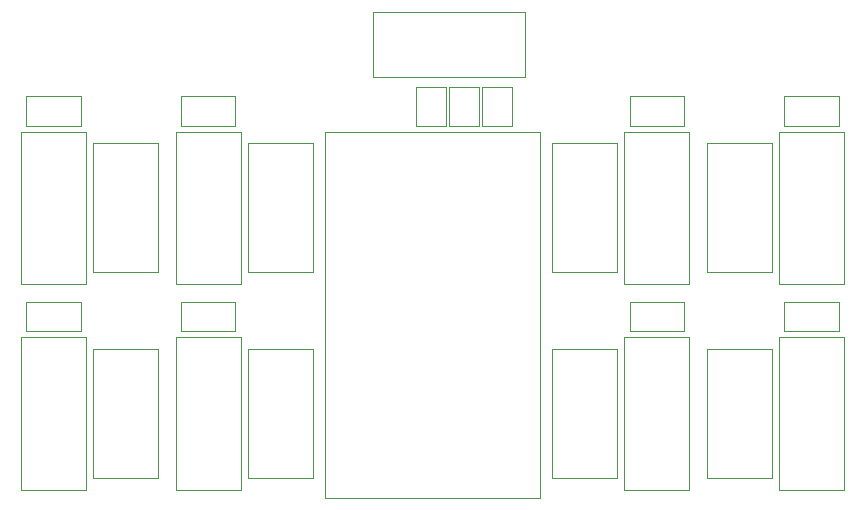
<source format=gbr>
%TF.GenerationSoftware,KiCad,Pcbnew,8.0.5*%
%TF.CreationDate,2025-12-23T13:38:44+05:30*%
%TF.ProjectId,I2C_MUX,4932435f-4d55-4582-9e6b-696361645f70,rev?*%
%TF.SameCoordinates,Original*%
%TF.FileFunction,Other,User*%
%FSLAX46Y46*%
G04 Gerber Fmt 4.6, Leading zero omitted, Abs format (unit mm)*
G04 Created by KiCad (PCBNEW 8.0.5) date 2025-12-23 13:38:44*
%MOMM*%
%LPD*%
G01*
G04 APERTURE LIST*
%ADD10C,0.050000*%
G04 APERTURE END LIST*
D10*
%TO.C,DIR2*%
X108880000Y-66199500D02*
X108880000Y-68699500D01*
X108880000Y-66199500D02*
X113480000Y-66199500D01*
X113480000Y-68699500D02*
X108880000Y-68699500D01*
X113480000Y-68699500D02*
X113480000Y-66199500D01*
%TO.C,J1*%
X138220000Y-59090000D02*
X138220000Y-64590000D01*
X138220000Y-64590000D02*
X151120000Y-64590000D01*
X151120000Y-59090000D02*
X138220000Y-59090000D01*
X151120000Y-64590000D02*
X151120000Y-59090000D01*
%TO.C,EN3*%
X108430000Y-86600000D02*
X108430000Y-99500000D01*
X108430000Y-99500000D02*
X113930000Y-99500000D01*
X113930000Y-86600000D02*
X108430000Y-86600000D01*
X113930000Y-99500000D02*
X113930000Y-86600000D01*
%TO.C,IMU2*%
X114530000Y-70200000D02*
X114530000Y-81100000D01*
X114530000Y-81100000D02*
X120030000Y-81100000D01*
X120030000Y-70200000D02*
X114530000Y-70200000D01*
X120030000Y-81100000D02*
X120030000Y-70200000D01*
%TO.C,DIR7*%
X173070000Y-66199500D02*
X173070000Y-68699500D01*
X173070000Y-66199500D02*
X177670000Y-66199500D01*
X177670000Y-68699500D02*
X173070000Y-68699500D01*
X177670000Y-68699500D02*
X177670000Y-66199500D01*
%TO.C,IMU5*%
X166520000Y-87600000D02*
X166520000Y-98500000D01*
X166520000Y-98500000D02*
X172020000Y-98500000D01*
X172020000Y-87600000D02*
X166520000Y-87600000D01*
X172020000Y-98500000D02*
X172020000Y-87600000D01*
%TO.C,DIR4*%
X121980000Y-83599500D02*
X121980000Y-86099500D01*
X121980000Y-83599500D02*
X126580000Y-83599500D01*
X126580000Y-86099500D02*
X121980000Y-86099500D01*
X126580000Y-86099500D02*
X126580000Y-83599500D01*
%TO.C,DIR8*%
X159970000Y-66199500D02*
X159970000Y-68699500D01*
X159970000Y-66199500D02*
X164570000Y-66199500D01*
X164570000Y-68699500D02*
X159970000Y-68699500D01*
X164570000Y-68699500D02*
X164570000Y-66199500D01*
%TO.C,DIR6*%
X159970000Y-83599500D02*
X159970000Y-86099500D01*
X159970000Y-83599500D02*
X164570000Y-83599500D01*
X164570000Y-86099500D02*
X159970000Y-86099500D01*
X164570000Y-86099500D02*
X164570000Y-83599500D01*
%TO.C,EN7*%
X172620000Y-69190000D02*
X172620000Y-82090000D01*
X172620000Y-82090000D02*
X178120000Y-82090000D01*
X178120000Y-69190000D02*
X172620000Y-69190000D01*
X178120000Y-82090000D02*
X178120000Y-69190000D01*
%TO.C,IMU3*%
X114530000Y-87600000D02*
X114530000Y-98500000D01*
X114530000Y-98500000D02*
X120030000Y-98500000D01*
X120030000Y-87600000D02*
X114530000Y-87600000D01*
X120030000Y-98500000D02*
X120030000Y-87600000D01*
%TO.C,EN8*%
X159520000Y-69200000D02*
X159520000Y-82100000D01*
X159520000Y-82100000D02*
X165020000Y-82100000D01*
X165020000Y-69200000D02*
X159520000Y-69200000D01*
X165020000Y-82100000D02*
X165020000Y-69200000D01*
%TO.C,A1*%
X144690000Y-68710000D02*
X144690000Y-65410000D01*
X144690000Y-68710000D02*
X147190000Y-68710000D01*
X147190000Y-65410000D02*
X144690000Y-65410000D01*
X147190000Y-65410000D02*
X147190000Y-68710000D01*
%TO.C,EN4*%
X121530000Y-86600000D02*
X121530000Y-99500000D01*
X121530000Y-99500000D02*
X127030000Y-99500000D01*
X127030000Y-86600000D02*
X121530000Y-86600000D01*
X127030000Y-99500000D02*
X127030000Y-86600000D01*
%TO.C,IMU7*%
X166520000Y-70180000D02*
X166520000Y-81080000D01*
X166520000Y-81080000D02*
X172020000Y-81080000D01*
X172020000Y-70180000D02*
X166520000Y-70180000D01*
X172020000Y-81080000D02*
X172020000Y-70180000D01*
%TO.C,DIR1*%
X121980000Y-66199500D02*
X121980000Y-68699500D01*
X121980000Y-66199500D02*
X126580000Y-66199500D01*
X126580000Y-68699500D02*
X121980000Y-68699500D01*
X126580000Y-68699500D02*
X126580000Y-66199500D01*
%TO.C,IMU6*%
X153420000Y-87600000D02*
X153420000Y-98500000D01*
X153420000Y-98500000D02*
X158920000Y-98500000D01*
X158920000Y-87600000D02*
X153420000Y-87600000D01*
X158920000Y-98500000D02*
X158920000Y-87600000D01*
%TO.C,A0*%
X141890000Y-68710000D02*
X141890000Y-65410000D01*
X141890000Y-68710000D02*
X144390000Y-68710000D01*
X144390000Y-65410000D02*
X141890000Y-65410000D01*
X144390000Y-65410000D02*
X144390000Y-68710000D01*
%TO.C,DIR3*%
X108880000Y-83599500D02*
X108880000Y-86099500D01*
X108880000Y-83599500D02*
X113480000Y-83599500D01*
X113480000Y-86099500D02*
X108880000Y-86099500D01*
X113480000Y-86099500D02*
X113480000Y-83599500D01*
%TO.C,EN6*%
X159520000Y-86600000D02*
X159520000Y-99500000D01*
X159520000Y-99500000D02*
X165020000Y-99500000D01*
X165020000Y-86600000D02*
X159520000Y-86600000D01*
X165020000Y-99500000D02*
X165020000Y-86600000D01*
%TO.C,IMU8*%
X153420000Y-70200000D02*
X153420000Y-81100000D01*
X153420000Y-81100000D02*
X158920000Y-81100000D01*
X158920000Y-70200000D02*
X153420000Y-70200000D01*
X158920000Y-81100000D02*
X158920000Y-70200000D01*
%TO.C,U1*%
X134140000Y-69200000D02*
X134140000Y-100180000D01*
X134140000Y-100180000D02*
X152420000Y-100180000D01*
X152420000Y-69200000D02*
X134140000Y-69200000D01*
X152420000Y-100180000D02*
X152420000Y-69200000D01*
%TO.C,IMU4*%
X127630000Y-87600000D02*
X127630000Y-98500000D01*
X127630000Y-98500000D02*
X133130000Y-98500000D01*
X133130000Y-87600000D02*
X127630000Y-87600000D01*
X133130000Y-98500000D02*
X133130000Y-87600000D01*
%TO.C,EN1*%
X121530000Y-69200000D02*
X121530000Y-82100000D01*
X121530000Y-82100000D02*
X127030000Y-82100000D01*
X127030000Y-69200000D02*
X121530000Y-69200000D01*
X127030000Y-82100000D02*
X127030000Y-69200000D01*
%TO.C,DIR5*%
X173070000Y-83599500D02*
X173070000Y-86099500D01*
X173070000Y-83599500D02*
X177670000Y-83599500D01*
X177670000Y-86099500D02*
X173070000Y-86099500D01*
X177670000Y-86099500D02*
X177670000Y-83599500D01*
%TO.C,A2*%
X147490000Y-68710000D02*
X147490000Y-65410000D01*
X147490000Y-68710000D02*
X149990000Y-68710000D01*
X149990000Y-65410000D02*
X147490000Y-65410000D01*
X149990000Y-65410000D02*
X149990000Y-68710000D01*
%TO.C,EN2*%
X108430000Y-69200000D02*
X108430000Y-82100000D01*
X108430000Y-82100000D02*
X113930000Y-82100000D01*
X113930000Y-69200000D02*
X108430000Y-69200000D01*
X113930000Y-82100000D02*
X113930000Y-69200000D01*
%TO.C,EN5*%
X172620000Y-86600000D02*
X172620000Y-99500000D01*
X172620000Y-99500000D02*
X178120000Y-99500000D01*
X178120000Y-86600000D02*
X172620000Y-86600000D01*
X178120000Y-99500000D02*
X178120000Y-86600000D01*
%TO.C,IMU1*%
X127630000Y-70200000D02*
X127630000Y-81100000D01*
X127630000Y-81100000D02*
X133130000Y-81100000D01*
X133130000Y-70200000D02*
X127630000Y-70200000D01*
X133130000Y-81100000D02*
X133130000Y-70200000D01*
%TD*%
M02*

</source>
